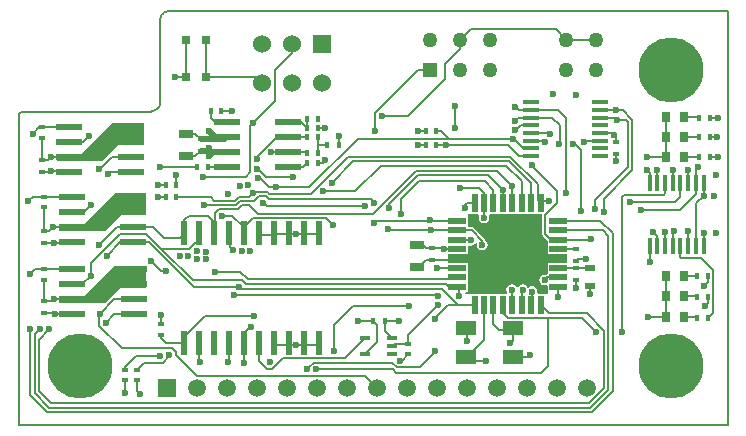
<source format=gtl>
G04*
G04 #@! TF.GenerationSoftware,Altium Limited,Altium Designer,18.1.9 (240)*
G04*
G04 Layer_Physical_Order=1*
G04 Layer_Color=255*
%FSLAX44Y44*%
%MOMM*%
G71*
G01*
G75*
%ADD10C,0.2000*%
%ADD18C,0.5000*%
%ADD20C,0.1520*%
%ADD21R,0.4500X0.6000*%
%ADD22R,0.6000X0.4500*%
%ADD23R,0.4000X0.6000*%
%ADD24R,0.6000X0.4000*%
%ADD25R,0.6000X2.0000*%
%ADD26R,2.2000X0.6000*%
%ADD27R,0.3500X1.4000*%
%ADD28R,0.7000X0.9000*%
%ADD29R,1.8000X1.2000*%
%ADD30R,0.5500X1.5000*%
%ADD31R,1.5000X0.5500*%
%ADD32R,0.9000X0.5000*%
%ADD33R,1.3000X0.8000*%
%ADD34R,0.8500X0.4000*%
%ADD35R,1.4000X0.4500*%
%ADD36R,0.7500X0.7000*%
%ADD55C,1.5000*%
%ADD56R,1.5000X1.5000*%
%ADD57C,1.2700*%
%ADD58R,1.2700X1.2700*%
%ADD59R,1.5240X1.5240*%
%ADD60C,1.5240*%
%ADD61C,5.5000*%
%ADD62C,0.6000*%
G36*
X105992Y254894D02*
Y236606D01*
X84148D01*
X71194Y223652D01*
X32078D01*
Y229494D01*
X53414D01*
X79068Y255148D01*
X105738D01*
X105992Y254894D01*
D02*
G37*
G36*
X443451Y177583D02*
Y161388D01*
X443646Y160403D01*
X444204Y159568D01*
X447996Y155777D01*
Y144506D01*
X464000D01*
Y137054D01*
X447996D01*
Y127353D01*
X447360D01*
X446375Y127158D01*
X446278Y127093D01*
X445262Y127295D01*
X443497Y126944D01*
X442000Y125944D01*
X441001Y124447D01*
X440649Y122682D01*
X441001Y120917D01*
X442000Y119420D01*
X443497Y118420D01*
X445262Y118069D01*
X446726Y118361D01*
X447996Y117657D01*
Y112506D01*
X448578D01*
Y110661D01*
X446294D01*
Y110804D01*
X439855D01*
X438813Y112074D01*
X438953Y112776D01*
X438601Y114541D01*
X437602Y116038D01*
X436105Y117037D01*
X434340Y117389D01*
X432575Y117037D01*
X432000Y116653D01*
X431035Y116096D01*
X430372Y116977D01*
X429982Y117562D01*
X428485Y118561D01*
X426720Y118913D01*
X424955Y118561D01*
X423458Y117562D01*
X422959Y116814D01*
X421448Y116840D01*
X420889Y117677D01*
X419392Y118677D01*
X417627Y119028D01*
X415862Y118677D01*
X414366Y117677D01*
X413366Y116180D01*
X413015Y114415D01*
X413366Y112650D01*
X413751Y112074D01*
X413072Y110804D01*
X381746D01*
Y110661D01*
X378183D01*
X377838Y111236D01*
X378558Y112506D01*
X380044D01*
Y120506D01*
Y128506D01*
Y137054D01*
X363654D01*
Y144506D01*
X380044D01*
Y151029D01*
X381314Y151733D01*
X382778Y151441D01*
X384543Y151792D01*
X386040Y152792D01*
X386838Y153988D01*
X388035Y153492D01*
X387817Y152400D01*
X388168Y150635D01*
X389168Y149138D01*
X390665Y148139D01*
X392430Y147787D01*
X394195Y148139D01*
X395692Y149138D01*
X396692Y150635D01*
X397043Y152400D01*
X396692Y154165D01*
X395692Y155662D01*
X394966Y156147D01*
X394808Y156941D01*
X394250Y157776D01*
X385426Y166600D01*
X384591Y167158D01*
X383606Y167353D01*
X380044D01*
Y177054D01*
X380044D01*
X380083Y178308D01*
X389104D01*
X389768Y177263D01*
X389748Y177038D01*
X389407Y175326D01*
X389758Y173561D01*
X390758Y172064D01*
X392255Y171064D01*
X394020Y170713D01*
X395785Y171064D01*
X397282Y172064D01*
X398282Y173561D01*
X398633Y175326D01*
X398292Y177038D01*
X398272Y177263D01*
X398936Y178308D01*
X442855D01*
X443451Y177583D01*
D02*
G37*
G36*
X108204Y195646D02*
Y177358D01*
X86360D01*
X73406Y164404D01*
X34290D01*
Y170246D01*
X55626D01*
X81280Y195900D01*
X107950D01*
X108204Y195646D01*
D02*
G37*
G36*
Y134278D02*
Y115990D01*
X86360D01*
X73406Y103036D01*
X34290D01*
Y108878D01*
X55626D01*
X81280Y134532D01*
X107950D01*
X108204Y134278D01*
D02*
G37*
D10*
X344678Y139506D02*
X369746D01*
X332000Y133756D02*
X338928D01*
X216154Y161514D02*
X234980D01*
X254150D02*
X254254D01*
X234980D02*
X254150D01*
Y67818D02*
X254508D01*
X235204D02*
X254150D01*
X216408D02*
X235204D01*
X150199Y154991D02*
X152550D01*
X144208Y149000D02*
X150199Y154991D01*
X120688Y149000D02*
X144208D01*
X152550Y154991D02*
Y161902D01*
X108144Y161544D02*
X120688Y149000D01*
X147562Y122126D01*
X166000Y129460D02*
X187757D01*
X147562Y122126D02*
X189344D01*
X192738Y118732D01*
X187757Y129460D02*
X194027Y123190D01*
X120840Y130366D02*
X125000D01*
X112268Y138938D02*
X120840Y130366D01*
X354312Y110000D02*
X355346Y108966D01*
X182524Y110000D02*
X354312D01*
X158005Y92000D02*
X199000D01*
X148372Y116332D02*
X186944D01*
X188516Y114760D01*
X192738Y118732D02*
X197752D01*
X194027Y123190D02*
X369430D01*
X197752Y118732D02*
X197844Y118824D01*
X361908D01*
X110018Y154686D02*
X148372Y116332D01*
X188516Y114760D02*
X190963D01*
X191055Y114668D01*
X199435D01*
X199527Y114760D01*
X358000D01*
X138685Y72680D02*
X158005Y92000D01*
X409956Y101844D02*
X410020Y101908D01*
X244162Y230890D02*
X244674Y230378D01*
X139954Y68514D02*
Y68902D01*
X138685Y68833D02*
Y72680D01*
X265000Y205000D02*
X283314Y223314D01*
X414988D01*
X258524Y197476D02*
X284598D01*
X258000Y198000D02*
X258524Y197476D01*
X284598D02*
X306372Y219250D01*
X190754Y68514D02*
Y77754D01*
X211844Y190968D02*
X298276D01*
X210000Y185000D02*
X292999D01*
X190754Y77754D02*
X196000Y83000D01*
X197000D01*
X190650Y77650D02*
X190754Y77754D01*
X190650Y68902D02*
Y77650D01*
X203708Y67818D02*
Y68902D01*
X276626Y56378D02*
X293296Y73048D01*
X223592Y56378D02*
X276626D01*
X214690Y47476D02*
X223592Y56378D01*
X210114Y47476D02*
X214690D01*
X203350Y54240D02*
X210114Y47476D01*
X203350Y54240D02*
Y68902D01*
X463804Y325882D02*
X489204D01*
X349000Y165568D02*
X349788Y164780D01*
X312232D02*
X349788D01*
X249711Y52524D02*
X316346D01*
X245709Y48521D02*
X249711Y52524D01*
X316346D02*
X320292Y48578D01*
X293175Y41476D02*
X303650Y31000D01*
X150707Y41476D02*
X293175D01*
X251999Y47000D02*
X316886D01*
X245709Y47267D02*
Y48521D01*
X244000Y47000D02*
X245441D01*
X245709Y47267D01*
X316886Y47000D02*
X319690Y44196D01*
X133320Y58863D02*
X150707Y41476D01*
X133320Y58863D02*
Y61375D01*
X139954Y161514D02*
Y172974D01*
X165354Y162006D02*
X166476Y163128D01*
X202309Y178524D02*
X299580D01*
X336146Y215090D01*
X194909Y185924D02*
X202309Y178524D01*
X165354Y162006D02*
Y171958D01*
X165250Y161902D02*
X165354Y162006D01*
X189091Y185924D02*
X194909D01*
X185691Y182524D02*
X189091Y185924D01*
X174288Y182524D02*
X185691D01*
X174288Y182524D02*
X174288Y182524D01*
X169712Y182524D02*
X174288D01*
X166476Y179288D02*
X169712Y182524D01*
X166476Y163128D02*
Y179288D01*
X187631Y189448D02*
X199470D01*
X203546Y193524D01*
X157388Y186048D02*
X175748D01*
X184231Y186048D02*
X187631Y189448D01*
X175748Y186048D02*
X184231D01*
X175748Y186048D02*
X175748Y186048D01*
X157000Y186436D02*
X157388Y186048D01*
X165412Y189572D02*
X177207D01*
X182771Y189572D02*
X186171Y192972D01*
X177208Y189572D02*
X182771D01*
X177207Y189572D02*
X177208Y189572D01*
X162460Y192524D02*
X165412Y189572D01*
X195182Y192972D02*
X198044Y195834D01*
X186171Y192972D02*
X195182D01*
X209288Y193524D02*
X211844Y190968D01*
X212299Y195497D02*
X247313D01*
X210748Y197048D02*
X212299Y195497D01*
X203546Y193524D02*
X209288D01*
X207000Y188000D02*
X210000Y185000D01*
X198044Y195834D02*
X199258Y197048D01*
X210748D01*
X217825Y201021D02*
X245709D01*
X211983D02*
X217825D01*
X172000Y177000D02*
X180860D01*
X190650Y167210D01*
X133932Y192524D02*
X162460D01*
X160528Y176784D02*
X165354Y171958D01*
X133432Y192024D02*
X133932Y192524D01*
X198034Y175000D02*
X260000D01*
X190650Y167617D02*
X198034Y175000D01*
X178800Y150782D02*
X181706Y147876D01*
X178800Y150782D02*
Y156454D01*
X176372Y158882D02*
X178800Y156454D01*
X90218Y46500D02*
Y49124D01*
Y46124D02*
Y46500D01*
X358000Y114760D02*
X371742Y101018D01*
X85410Y161544D02*
X108144D01*
X108017Y154686D02*
X110018D01*
X191008Y161902D02*
Y165511D01*
X190754Y161514D02*
Y161902D01*
X190650Y167210D02*
Y167617D01*
Y161902D02*
Y167210D01*
X260000Y175000D02*
X266000Y169000D01*
X247313Y195497D02*
X278716Y226900D01*
X298276Y190968D02*
X301244Y188000D01*
X209550Y209804D02*
X232410D01*
X336146Y215090D02*
X381246D01*
X344815Y149506D02*
X359494D01*
X332000Y152756D02*
X341565D01*
X160110Y230890D02*
X164450D01*
X159000Y232000D02*
X160110Y230890D01*
X446024Y177583D02*
X455978Y187537D01*
X446024Y161388D02*
Y177583D01*
Y161388D02*
X450632Y156780D01*
X457020D01*
X347980Y172750D02*
X370990D01*
X347980D02*
X348107Y172877D01*
X348999Y165000D02*
Y165567D01*
X349000Y165568D01*
X359494Y149506D02*
X360000Y149000D01*
X370800D01*
X371020Y148780D01*
X354220Y132780D02*
X371020D01*
X354000Y133000D02*
X354220Y132780D01*
X394020Y187780D02*
Y195980D01*
X389534Y200466D02*
X394020Y195980D01*
X374000Y200466D02*
X389534D01*
X395141Y205990D02*
X402020Y199111D01*
X338671Y205990D02*
X395141D01*
X324086Y191404D02*
X338671Y205990D01*
X371742Y101018D02*
X386274D01*
X97062Y155970D02*
X97358Y155935D01*
X108017Y154686D01*
X86106D02*
X97062Y155970D01*
X369746Y139506D02*
X371020Y140780D01*
X419516Y145796D02*
X426720Y153000D01*
X399796Y145796D02*
X419516D01*
X399796Y129762D02*
X420386D01*
X399796D02*
Y145796D01*
X471616Y148780D02*
X471632Y148764D01*
X457020Y148780D02*
X471616D01*
X472868Y140000D02*
X479999D01*
X471632Y138764D02*
X472868Y140000D01*
X27299Y18000D02*
X482627D01*
X17048Y28251D02*
X27299Y18000D01*
X17048Y28251D02*
Y72048D01*
X10000Y25332D02*
Y81000D01*
X24380Y10952D02*
X485546D01*
X10000Y25332D02*
X24380Y10952D01*
X13524Y26792D02*
Y76524D01*
X25840Y14476D02*
X484086D01*
X13524Y26792D02*
X25840Y14476D01*
X471520Y132353D02*
X481504D01*
X471093Y132780D02*
X471520Y132353D01*
X457020Y132780D02*
X471093D01*
X313000Y165548D02*
Y166116D01*
X312232Y164780D02*
X313000Y165548D01*
X353688Y236474D02*
X362000D01*
X414528D01*
X338928Y133756D02*
X344678Y139506D01*
X341565Y152756D02*
X344815Y149506D01*
X344678D02*
X344815D01*
X329692Y68508D02*
Y75946D01*
X355092Y101346D01*
X174590Y242000D02*
X176180Y243590D01*
X201676Y216916D02*
X202438D01*
X202000Y225000D02*
Y226830D01*
X195882Y213662D02*
Y252524D01*
X213614Y230632D02*
X227922D01*
X202438Y208534D02*
X204470D01*
X155956Y210058D02*
X192278D01*
X133000Y211026D02*
X133500Y210526D01*
X149500Y246500D02*
X154000Y242000D01*
X141932Y246500D02*
X149432D01*
X149500Y227500D02*
X154000Y232000D01*
X141932Y227500D02*
X149432D01*
X202000Y226830D02*
X218760Y243590D01*
X228180D01*
X195882Y252524D02*
X198628Y255270D01*
X257556Y221996D02*
X259588Y224028D01*
X253166Y221996D02*
X257556D01*
X253166Y237000D02*
Y243586D01*
Y230378D02*
Y237000D01*
X261000D01*
X132000Y294000D02*
X141750D01*
Y326000D01*
X158250Y294000D02*
Y326000D01*
Y294000D02*
X200580D01*
X205600Y288980D01*
X12296Y246512D02*
X17558Y251774D01*
X54320Y239400D02*
X59766Y244846D01*
X78000Y214000D02*
X95000D01*
X76000Y212000D02*
X78000Y214000D01*
X361000Y293000D02*
Y305092D01*
X329620Y261620D02*
X361000Y293000D01*
X307594Y261620D02*
X329620D01*
X361000Y305092D02*
X373634Y317726D01*
Y325700D01*
X454686Y335000D02*
X463804Y325882D01*
X382934Y335000D02*
X454686D01*
X373634Y325700D02*
X382934Y335000D01*
X574000Y218000D02*
X574999D01*
X573324Y217324D02*
X574000Y218000D01*
X573324Y205000D02*
Y217324D01*
Y151000D02*
Y187324D01*
X580000Y194000D01*
X579824Y194176D02*
Y205000D01*
Y194176D02*
X580000Y194000D01*
X579824Y151000D02*
Y162244D01*
X190650Y53029D02*
X191055Y52625D01*
X190650Y53029D02*
Y68902D01*
X152550Y53564D02*
X153114Y53000D01*
X152550Y53564D02*
Y68902D01*
X177000Y53000D02*
X177950Y53950D01*
Y68902D01*
X100000Y28762D02*
X102902Y25860D01*
X100000Y28762D02*
Y37500D01*
X106125Y52625D02*
X122288D01*
X100000Y46500D02*
X106125Y52625D01*
X583500Y90424D02*
X588000Y94924D01*
Y104110D01*
X588024Y104135D01*
Y130976D01*
X577524Y141476D02*
X588024Y130976D01*
X561172Y141476D02*
X577524D01*
X560324Y142324D02*
X561172Y141476D01*
X560324Y142324D02*
Y151000D01*
X579824D02*
X580162Y150662D01*
X566824Y205000D02*
Y217066D01*
X271000Y237000D02*
Y244475D01*
X418780Y57580D02*
X431605D01*
X433000Y58975D01*
X379280Y57080D02*
X394020Y71820D01*
X379280Y57080D02*
X382056Y54304D01*
X378780Y57580D02*
X379280Y57080D01*
X382056Y54304D02*
X396000D01*
X505454Y223376D02*
X505460Y223382D01*
Y229000D01*
Y239000D02*
Y244160D01*
X504000Y245620D02*
X505460Y244160D01*
X502680Y246940D02*
X504000Y245620D01*
X492542Y246940D02*
X502680D01*
X17048Y72048D02*
X26000Y81000D01*
X484086Y14476D02*
X499332Y29722D01*
X485546Y10952D02*
X502856Y28262D01*
X499332Y29722D02*
Y160052D01*
X502856Y28262D02*
Y162151D01*
X13524Y76524D02*
X18000Y81000D01*
X13500Y131500D02*
X21481D01*
X10000Y128000D02*
X13500Y131500D01*
X369778Y251000D02*
X369824Y251046D01*
Y270000D01*
X364000Y242268D02*
X417878D01*
X286956D02*
X364000D01*
X357602Y248666D02*
X364000Y242268D01*
X353688Y248666D02*
X357602D01*
X338000D02*
X344688D01*
X417878Y242268D02*
X418338Y241808D01*
X337960Y236474D02*
X344688D01*
X302070Y248666D02*
Y263908D01*
X278716Y226900D02*
X416386D01*
X306372Y219250D02*
X412943D01*
X416386Y226900D02*
X439294Y203992D01*
Y190506D02*
Y203992D01*
Y190506D02*
X442020Y187780D01*
X414988Y223314D02*
X434020Y204282D01*
X412943Y219250D02*
X426020Y206173D01*
Y187780D02*
Y206173D01*
X118000Y192786D02*
X124500D01*
X118000Y203000D02*
Y203000D01*
X124500D01*
X133500D02*
Y210526D01*
X143837Y176784D02*
X160528D01*
X143005Y175952D02*
X143837Y176784D01*
X142932Y175952D02*
X143005D01*
X139954Y172974D02*
X142932Y175952D01*
X457962Y237744D02*
Y253440D01*
X363952Y116780D02*
X371020D01*
X361908Y118824D02*
X363952Y116780D01*
X267000Y62230D02*
Y84658D01*
X282926Y100584D01*
X309800Y79044D02*
Y87884D01*
Y79044D02*
X315796Y73048D01*
X299800Y87884D02*
X303276Y84408D01*
X323202Y54304D02*
X324488D01*
X329692Y59508D01*
Y68508D02*
X329692Y68508D01*
X317756Y68508D02*
X329692D01*
X315796Y66548D02*
X317756Y68508D01*
X120396Y73367D02*
Y76367D01*
X120396Y85367D02*
Y93000D01*
X28480Y104426D02*
X30308Y106254D01*
X21104Y104426D02*
X28480D01*
X21104D02*
X21481Y104803D01*
X29518Y94426D02*
X30390Y93554D01*
X21104Y94426D02*
X29518D01*
X21481Y104803D02*
Y122500D01*
X21635Y131654D02*
X45356D01*
X21481Y131500D02*
X21635Y131654D01*
X21104Y163882D02*
X25960D01*
X29464Y167386D01*
X21176Y153810D02*
X30000D01*
X21104Y153882D02*
X21176Y153810D01*
X21104Y163882D02*
X21299Y164077D01*
Y183968D01*
X8000Y189000D02*
X11968Y192968D01*
X21299D01*
X21481Y192786D01*
X45212D01*
X26978Y214080D02*
X27744Y214846D01*
X19396Y214080D02*
X26978D01*
X19396Y224080D02*
X24532D01*
X19396D02*
X19595Y224279D01*
Y242774D01*
X17558Y251774D02*
X19595D01*
X19921Y252100D02*
X43000D01*
X19595Y251774D02*
X19921Y252100D01*
X43000Y239400D02*
X54320D01*
X583500Y120467D02*
Y126238D01*
X580595Y117562D02*
X583500Y120467D01*
X580595Y117562D02*
X581366D01*
X583500Y103014D02*
Y108204D01*
X581000Y100514D02*
X583500Y103014D01*
X90218Y49124D02*
X99513Y58419D01*
X338462Y300300D02*
X348234D01*
X302070Y263908D02*
X338462Y300300D01*
X27152Y226700D02*
X43000D01*
X24532Y224080D02*
X27152Y226700D01*
X27744Y214846D02*
X42154D01*
X43000Y214000D01*
X44336Y153810D02*
X45212Y154686D01*
X30000Y153810D02*
X44336D01*
X42658Y227042D02*
X43000Y226700D01*
X319690Y44196D02*
X442214D01*
X339916Y48578D02*
X352552Y61214D01*
X320292Y48578D02*
X339916D01*
X447906Y90424D02*
X476936D01*
X447906Y49888D02*
Y90424D01*
X442214Y44196D02*
X447906Y49888D01*
X492227Y172780D02*
X502856Y162151D01*
X457160Y164640D02*
X494744D01*
X457020Y164780D02*
X457160Y164640D01*
X494744D02*
X499332Y160052D01*
X483932Y156780D02*
X484378Y157226D01*
X476936Y90424D02*
X488950Y78410D01*
X495808Y31181D02*
Y79746D01*
X480812Y94742D02*
X495808Y79746D01*
X482627Y18000D02*
X495808Y31181D01*
X394020Y71820D02*
Y101780D01*
X416552Y68826D02*
X418780Y71054D01*
X406537Y80580D02*
X418780D01*
X231000Y314302D02*
Y322000D01*
X217180Y300482D02*
X231000Y314302D01*
X256400Y322000D02*
Y326504D01*
X253166Y251206D02*
X259080D01*
X244166D02*
Y258826D01*
X239082Y256290D02*
X244166Y251206D01*
X228180Y256290D02*
X239082D01*
X166112D02*
X176180D01*
X162632Y259770D02*
X166112Y256290D01*
X162632Y259770D02*
Y265430D01*
X371746Y156054D02*
X382778D01*
X383606Y164780D02*
X392430Y155956D01*
X371020Y156780D02*
X371746Y156054D01*
X371020Y164780D02*
X383606D01*
X392430Y152400D02*
Y155956D01*
X426841Y233940D02*
X433542D01*
X418973Y241808D02*
X426841Y233940D01*
X504554Y259940D02*
X506176Y258318D01*
X492542Y259940D02*
X504554D01*
X513983Y258318D02*
X515620Y256681D01*
X506176Y258318D02*
X513983D01*
X352806Y89662D02*
Y90170D01*
X363654Y101018D01*
X371742D01*
X369430Y123190D02*
X371020Y124780D01*
X245709Y201021D02*
X286956Y242268D01*
X414528Y236474D02*
X423562Y227440D01*
X420116Y249428D02*
X420878D01*
X424890Y253440D01*
X433542D01*
X204470Y208534D02*
X211983Y201021D01*
X192278Y210058D02*
X195882Y213662D01*
X198628Y255270D02*
X217180Y273822D01*
X29464Y167386D02*
X45212D01*
X30390Y93554D02*
X45356D01*
X30308Y106254D02*
X45356D01*
X532130Y215900D02*
X534324Y213706D01*
Y205000D02*
Y213706D01*
X532638Y91186D02*
X548250D01*
X531830Y226522D02*
X548252D01*
X321686Y172750D02*
X347980D01*
X321655Y172780D02*
X321686Y172750D01*
X534162Y150838D02*
X534324Y151000D01*
X534162Y137414D02*
Y150838D01*
X548250Y91186D02*
Y108966D01*
Y126238D01*
X573098Y91186D02*
X573860Y90424D01*
X563250Y91186D02*
X573098D01*
Y108966D02*
X573860Y108204D01*
X563250Y108966D02*
X573098D01*
X573858Y126238D02*
X573858Y126238D01*
X563250Y126238D02*
X573858D01*
X510464Y78410D02*
Y192456D01*
X512572Y194564D01*
X202438Y216916D02*
X209550Y209804D01*
X120138Y218190D02*
X150996D01*
X120013Y218315D02*
X120138Y218190D01*
X337960Y211026D02*
X397581D01*
X381342Y215186D02*
X404574D01*
X381246Y215090D02*
X381342Y215186D01*
X423562Y227440D02*
X433542D01*
X418338Y241808D02*
X418973D01*
X434848Y219202D02*
Y219710D01*
Y219202D02*
X456184Y197866D01*
X370990Y172750D02*
X371020Y172780D01*
X349788Y164780D02*
X371020D01*
X348010Y172974D02*
X348107Y172877D01*
X171632Y265430D02*
X171886Y265684D01*
X180594D01*
X227922Y230632D02*
X228180Y230890D01*
X217180Y273822D02*
Y300482D01*
X301244Y171064D02*
X302959Y172780D01*
X321655D01*
X324086Y178544D02*
Y191404D01*
X313389Y186454D02*
X337960Y211026D01*
X313389Y183533D02*
Y186454D01*
X171632Y265430D02*
Y266374D01*
X203672Y160782D02*
X215422D01*
X216154Y161514D01*
X123156Y158181D02*
X136621D01*
X113951Y167386D02*
X123156Y158181D01*
X136621D02*
X139954Y161514D01*
X404574Y215186D02*
X418020Y201740D01*
X397581Y211026D02*
X410020Y198587D01*
X402020Y187780D02*
Y199111D01*
X476504Y181178D02*
Y232312D01*
X471326Y237490D02*
X476504Y232312D01*
X517652Y188468D02*
X555752D01*
X527050Y181732D02*
X559684D01*
X547324Y195834D02*
Y205000D01*
X546054Y194564D02*
X547324Y195834D01*
X512572Y194564D02*
X546054D01*
X519684Y215392D02*
Y258364D01*
X495554Y191262D02*
X519684Y215392D01*
X495554Y180086D02*
Y191262D01*
X487934Y182372D02*
Y190246D01*
X515620Y217932D02*
Y256681D01*
X487934Y190246D02*
X515620Y217932D01*
X573324Y195372D02*
Y205000D01*
X559684Y181732D02*
X573324Y195372D01*
X566674Y151150D02*
Y164338D01*
Y151150D02*
X566824Y151000D01*
X553824D02*
Y162664D01*
X554990Y163830D01*
X560324Y193040D02*
Y205000D01*
X555752Y188468D02*
X560324Y193040D01*
X447360Y124780D02*
X457020D01*
X445262Y122682D02*
X447360Y124780D01*
X463502Y196802D02*
Y259890D01*
X463296Y196596D02*
X463502Y196802D01*
X444852Y240440D02*
X446024Y239268D01*
X457020Y172780D02*
X492227D01*
X456952Y266440D02*
X463502Y259890D01*
X469646Y237490D02*
X471326D01*
X456184Y189550D02*
Y197866D01*
X455978Y189344D02*
X456184Y189550D01*
X455978Y187537D02*
Y189344D01*
X457020Y156780D02*
X483932D01*
X540824Y151000D02*
Y159708D01*
X537464Y163068D02*
X540824Y159708D01*
X511810Y266238D02*
X519684Y258364D01*
X511810Y266238D02*
Y266446D01*
X505460D02*
X511810D01*
X487934Y182118D02*
Y182372D01*
X487426Y181610D02*
X487934Y182118D01*
X449528Y246940D02*
X450088Y246380D01*
X433542Y246940D02*
X449528D01*
X451462Y259940D02*
X457962Y253440D01*
X433542Y259940D02*
X451462D01*
X433542Y266440D02*
X456952D01*
X433542Y240440D02*
X444852D01*
X479454D02*
X492542D01*
X478790Y239776D02*
X479454Y240440D01*
X422892Y259940D02*
X433542D01*
X420141Y257189D02*
X422892Y259940D01*
X423424Y266440D02*
X433542D01*
X420624Y269240D02*
X423424Y266440D01*
X492542D02*
X505454D01*
X505460Y266446D01*
X534324Y151000D02*
X534670Y150654D01*
X547324Y151000D02*
X547370Y151046D01*
Y163068D01*
X540824Y205000D02*
Y216466D01*
X566824Y217066D02*
X566928Y217170D01*
X553824Y205000D02*
Y216512D01*
X553974Y216662D01*
X548252Y243525D02*
Y260528D01*
Y226522D02*
Y243525D01*
X575819Y226522D02*
X576322Y227025D01*
X563252Y226522D02*
X575819D01*
X585322Y227025D02*
X592023D01*
X585322Y243434D02*
X591668D01*
X576231Y243525D02*
X576322Y243434D01*
X563252Y243525D02*
X576231D01*
X585322Y259842D02*
X592074D01*
X575636Y260528D02*
X576322Y259842D01*
X563252Y260528D02*
X575636D01*
X418780Y71054D02*
Y80580D01*
X378206Y183896D02*
Y186436D01*
X99513Y58419D02*
X119888D01*
X127526Y57863D02*
Y58975D01*
X129926Y64769D02*
X133320Y61375D01*
X87311Y64769D02*
X129926D01*
X124930Y68833D02*
X138685D01*
X122288Y52625D02*
X127526Y57863D01*
X68120Y83960D02*
X87311Y64769D01*
X120396Y73367D02*
X124930Y68833D01*
X97212Y167386D02*
X113951D01*
X159996Y218190D02*
X176180D01*
X90218Y26638D02*
Y37124D01*
X68120Y83960D02*
Y93520D01*
X176372Y158882D02*
X178308Y160818D01*
X204200Y28851D02*
Y30242D01*
X413894Y90424D02*
X447802D01*
X401574Y102226D02*
X402020Y101780D01*
X409956Y101844D02*
X410020Y101780D01*
X409956Y101972D02*
X410020Y101908D01*
X394020Y175326D02*
Y187780D01*
X240360Y218190D02*
X244166Y221996D01*
X228180Y218190D02*
X240360D01*
X287274Y87884D02*
X299800D01*
X311800D02*
X322072D01*
X203672Y160782D02*
X203708Y160818D01*
X471520Y115367D02*
Y122353D01*
X483421Y110584D02*
Y117407D01*
X410020Y187780D02*
Y198587D01*
X418020Y187780D02*
Y201740D01*
X282926Y100584D02*
X330454D01*
X244162Y243590D02*
X244166Y243586D01*
X228180Y243590D02*
X244162D01*
X228180Y230890D02*
X244162D01*
X371020Y116780D02*
X373126Y114674D01*
Y108966D02*
Y114674D01*
X68072Y152400D02*
X83058Y167386D01*
X97212D01*
X303276Y70028D02*
Y84408D01*
X293296Y60048D02*
X303276Y70028D01*
X378206Y186436D02*
X379550Y187780D01*
X443978Y189738D02*
X449160D01*
X442020Y187780D02*
X443978Y189738D01*
X379550Y187780D02*
X386020D01*
X402020Y85097D02*
X406537Y80580D01*
X402020Y85097D02*
Y101780D01*
X378780Y80580D02*
X379730Y79630D01*
Y70850D02*
Y79630D01*
X352552Y61214D02*
Y62230D01*
X74676Y143256D02*
X86106Y154686D01*
X74676Y142494D02*
Y143256D01*
X60960Y137094D02*
X85410Y161544D01*
X60960Y125984D02*
Y137094D01*
X417627Y102173D02*
Y114415D01*
X426020Y113600D02*
X426720Y114300D01*
X434340Y102100D02*
Y112776D01*
X68120Y93520D02*
X68580Y93980D01*
X434020Y187780D02*
Y204282D01*
X78814Y226700D02*
X95000D01*
X68908Y216794D02*
X78814Y226700D01*
X68400Y216794D02*
X68908D01*
X80854Y106254D02*
X97356D01*
X68580Y93980D02*
X80854Y106254D01*
X73914Y86360D02*
X81108Y93554D01*
X97356D01*
X55118Y180086D02*
X61468Y186436D01*
X45356Y118954D02*
X53930D01*
X60960Y125984D01*
X45212Y180086D02*
X55118D01*
X449058Y94742D02*
X480812D01*
X442020Y101780D02*
X449058Y94742D01*
X42042Y213042D02*
X43000Y214000D01*
X44228Y92426D02*
X45356Y93554D01*
X45184Y106426D02*
X45356Y106254D01*
X410020Y94298D02*
X413894Y90424D01*
X410020Y94298D02*
Y101780D01*
X457020Y108278D02*
Y116780D01*
X434020Y101780D02*
X434340Y102100D01*
X426020Y101780D02*
Y113600D01*
X417627Y102173D02*
X418020Y101780D01*
D18*
X161000Y248666D02*
X166076Y243590D01*
X161000Y242000D02*
X174590D01*
X154000D02*
X161000D01*
X166076Y243590D02*
X176180D01*
X161000Y227440D02*
X164450Y230890D01*
X173000D01*
X154000Y232000D02*
X159000D01*
D20*
X0Y0D02*
Y261586D01*
Y0D02*
X600202D01*
Y350012D01*
X129000D02*
X600202D01*
X126828Y350000D02*
X129000Y350012D01*
X126156Y350000D02*
X126828Y350000D01*
X124837Y349738D02*
X126156Y350000D01*
X123594Y349223D02*
X124837Y349738D01*
X122476Y348475D02*
X123594Y349223D01*
X122000Y348000D02*
X122476Y348475D01*
X121524Y347524D02*
X122000Y348000D01*
X120777Y346406D02*
X121524Y347524D01*
X120262Y345163D02*
X120777Y346406D01*
X120000Y343844D02*
X120262Y345163D01*
X120000Y343172D02*
Y343844D01*
X120000Y274828D02*
X120000Y343172D01*
X120000Y274828D02*
X120053Y273918D01*
X119892Y272102D02*
X120053Y273918D01*
X119380Y270353D02*
X119892Y272102D01*
X118536Y268738D02*
X119380Y270353D01*
X118000Y268000D02*
X118536Y268738D01*
X117184Y267300D02*
X118000Y268000D01*
X115368Y266155D02*
X117184Y267300D01*
X113363Y265387D02*
X115368Y266155D01*
X111246Y265024D02*
X113363Y265387D01*
X110172Y265000D02*
X111246Y265024D01*
X3414Y265000D02*
X110172D01*
X3078Y265000D02*
X3414Y265000D01*
X2418Y264869D02*
X3078Y265000D01*
X1797Y264611D02*
X2418Y264869D01*
X1238Y264238D02*
X1797Y264611D01*
X1000Y264000D02*
X1238Y264238D01*
X762Y263762D02*
X1000Y264000D01*
X389Y263203D02*
X762Y263762D01*
X131Y262582D02*
X389Y263203D01*
X0Y261922D02*
X131Y262582D01*
X0Y261586D02*
Y261922D01*
D21*
X261000Y237000D02*
D03*
X271000D02*
D03*
X309800Y87884D02*
D03*
X299800D02*
D03*
D22*
X505460Y229000D02*
D03*
Y239000D02*
D03*
X21104Y104426D02*
D03*
Y94426D02*
D03*
Y163882D02*
D03*
Y153882D02*
D03*
X19396Y224080D02*
D03*
Y214080D02*
D03*
X471632Y148764D02*
D03*
Y138764D02*
D03*
X471520Y132353D02*
D03*
Y122353D02*
D03*
X154000Y232000D02*
D03*
Y242000D02*
D03*
X350000Y149730D02*
D03*
Y139730D02*
D03*
D23*
X344688Y248666D02*
D03*
X353688D02*
D03*
X344688Y236474D02*
D03*
X353688D02*
D03*
X133500Y203000D02*
D03*
X124500D02*
D03*
X133500Y192786D02*
D03*
X124500D02*
D03*
X576322Y259842D02*
D03*
X585322D02*
D03*
X576322Y227025D02*
D03*
X585322D02*
D03*
X576322Y243434D02*
D03*
X585322D02*
D03*
X583500Y90424D02*
D03*
X574500D02*
D03*
X583500Y126238D02*
D03*
X574500D02*
D03*
X583500Y108204D02*
D03*
X574500D02*
D03*
X159996Y218190D02*
D03*
X150996D02*
D03*
X162632Y265430D02*
D03*
X171632D02*
D03*
X244166Y258826D02*
D03*
X253166D02*
D03*
Y251206D02*
D03*
X244166D02*
D03*
X253166Y243586D02*
D03*
X244166D02*
D03*
X253166Y230378D02*
D03*
X244166D02*
D03*
Y221996D02*
D03*
X253166D02*
D03*
D24*
X100000Y37500D02*
D03*
Y46500D02*
D03*
X90218Y37500D02*
D03*
Y46500D02*
D03*
X329692Y59508D02*
D03*
Y68508D02*
D03*
X120396Y85367D02*
D03*
Y76367D02*
D03*
X21481Y122500D02*
D03*
Y131500D02*
D03*
X21299Y183968D02*
D03*
Y192968D02*
D03*
X19595Y242774D02*
D03*
Y251774D02*
D03*
D25*
X139850Y68902D02*
D03*
X152550D02*
D03*
X165250D02*
D03*
X177950D02*
D03*
X190650D02*
D03*
X203350D02*
D03*
X216050D02*
D03*
X228750D02*
D03*
X241450D02*
D03*
X254150D02*
D03*
Y161902D02*
D03*
X241450D02*
D03*
X228750D02*
D03*
X216050D02*
D03*
X203350D02*
D03*
X190650D02*
D03*
X177950D02*
D03*
X165250D02*
D03*
X152550D02*
D03*
X139850D02*
D03*
D26*
X228180Y218190D02*
D03*
Y230890D02*
D03*
Y256290D02*
D03*
X176180Y218190D02*
D03*
Y230890D02*
D03*
Y256290D02*
D03*
X228180Y243590D02*
D03*
X176180D02*
D03*
X45356Y118954D02*
D03*
X97356D02*
D03*
X45356Y131654D02*
D03*
Y106254D02*
D03*
Y93554D02*
D03*
X97356Y131654D02*
D03*
Y106254D02*
D03*
Y93554D02*
D03*
X97212Y154686D02*
D03*
Y167386D02*
D03*
Y192786D02*
D03*
X45212Y154686D02*
D03*
Y167386D02*
D03*
Y192786D02*
D03*
X97212Y180086D02*
D03*
X45212D02*
D03*
X95000Y214000D02*
D03*
Y226700D02*
D03*
Y252100D02*
D03*
X43000Y214000D02*
D03*
Y226700D02*
D03*
Y252100D02*
D03*
X95000Y239400D02*
D03*
X43000D02*
D03*
D27*
X579824Y205000D02*
D03*
X573324D02*
D03*
X566824D02*
D03*
X560324D02*
D03*
X553824D02*
D03*
X547324D02*
D03*
X540824D02*
D03*
X534324D02*
D03*
X579824Y151000D02*
D03*
X573324D02*
D03*
X566824D02*
D03*
X560324D02*
D03*
X553824D02*
D03*
X547324D02*
D03*
X540824D02*
D03*
X534324D02*
D03*
D28*
X548250Y108966D02*
D03*
X563250D02*
D03*
X548250Y126238D02*
D03*
X563250D02*
D03*
X548250Y91186D02*
D03*
X563250D02*
D03*
X563252Y226522D02*
D03*
X548252D02*
D03*
X563252Y260528D02*
D03*
X548252D02*
D03*
X563252Y243525D02*
D03*
X548252D02*
D03*
D29*
X378780Y81580D02*
D03*
X418780D02*
D03*
Y57580D02*
D03*
X378780D02*
D03*
D30*
X386020Y187780D02*
D03*
X394020D02*
D03*
X402020D02*
D03*
X410020D02*
D03*
X418020D02*
D03*
X426020D02*
D03*
X434020D02*
D03*
X442020D02*
D03*
Y101780D02*
D03*
X434020D02*
D03*
X426020D02*
D03*
X418020D02*
D03*
X410020D02*
D03*
X402020D02*
D03*
X394020D02*
D03*
X386020D02*
D03*
D31*
X457020Y172780D02*
D03*
Y164780D02*
D03*
Y156780D02*
D03*
Y148780D02*
D03*
Y140780D02*
D03*
Y132780D02*
D03*
Y124780D02*
D03*
Y116780D02*
D03*
X371020D02*
D03*
Y124780D02*
D03*
Y132780D02*
D03*
Y140780D02*
D03*
Y148780D02*
D03*
Y156780D02*
D03*
Y164780D02*
D03*
Y172780D02*
D03*
D32*
X483421Y117407D02*
D03*
Y132407D02*
D03*
D33*
X141364Y227500D02*
D03*
Y246500D02*
D03*
X337000Y152500D02*
D03*
Y133500D02*
D03*
D34*
X315796Y60048D02*
D03*
Y66548D02*
D03*
Y73048D02*
D03*
X293296D02*
D03*
Y60048D02*
D03*
D35*
X433542Y272940D02*
D03*
Y266440D02*
D03*
Y259940D02*
D03*
Y253440D02*
D03*
Y246940D02*
D03*
Y240440D02*
D03*
Y233940D02*
D03*
Y227440D02*
D03*
X492542Y272940D02*
D03*
Y266440D02*
D03*
Y259940D02*
D03*
Y253440D02*
D03*
Y246940D02*
D03*
Y240440D02*
D03*
Y233940D02*
D03*
Y227440D02*
D03*
D36*
X158250Y326000D02*
D03*
Y294000D02*
D03*
X141750D02*
D03*
Y326000D02*
D03*
D55*
X379851Y31000D02*
D03*
X354450D02*
D03*
X405251D02*
D03*
X430650D02*
D03*
X456050D02*
D03*
X481451D02*
D03*
X278251D02*
D03*
X252850D02*
D03*
X303650D02*
D03*
X329050D02*
D03*
X227451D02*
D03*
X202050D02*
D03*
X151250D02*
D03*
X176651D02*
D03*
D56*
X125850D02*
D03*
D57*
X489204Y300300D02*
D03*
Y325700D02*
D03*
X463804Y300300D02*
D03*
Y325700D02*
D03*
X399034Y300300D02*
D03*
Y325700D02*
D03*
X373634Y300300D02*
D03*
Y325700D02*
D03*
X348234D02*
D03*
D58*
Y300300D02*
D03*
D59*
X256400Y322000D02*
D03*
D60*
X231000D02*
D03*
X205600D02*
D03*
X256400Y288980D02*
D03*
X231000D02*
D03*
X205600D02*
D03*
D61*
X552000Y50000D02*
D03*
Y300000D02*
D03*
X52000Y50000D02*
D03*
D62*
X194000Y203000D02*
D03*
X187330Y201900D02*
D03*
X151198Y140049D02*
D03*
Y146802D02*
D03*
X136764Y143000D02*
D03*
X143000D02*
D03*
X196228Y146812D02*
D03*
X159004Y139996D02*
D03*
Y146558D02*
D03*
X166000Y129460D02*
D03*
X125000Y130366D02*
D03*
X182524Y110000D02*
D03*
X199000Y92000D02*
D03*
X186944Y116332D02*
D03*
X265000Y205000D02*
D03*
X258000Y198000D02*
D03*
X197000Y83000D02*
D03*
X251999Y47000D02*
D03*
X244000D02*
D03*
X177500Y195096D02*
D03*
X207000Y188000D02*
D03*
X198044Y195834D02*
D03*
X217825Y201021D02*
D03*
X172000Y177000D02*
D03*
X157000Y186436D02*
D03*
X181706Y147876D02*
D03*
X266000Y169000D02*
D03*
X292999Y185000D02*
D03*
X232410Y209804D02*
D03*
X301244Y188000D02*
D03*
X161000Y234380D02*
D03*
Y242000D02*
D03*
Y248666D02*
D03*
X348999Y165000D02*
D03*
X360000Y149000D02*
D03*
X354000Y133000D02*
D03*
X374000Y200466D02*
D03*
X426720Y153000D02*
D03*
X420386Y129762D02*
D03*
X399796D02*
D03*
X404000Y115367D02*
D03*
X479999Y140000D02*
D03*
X313000Y166116D02*
D03*
X362000Y236474D02*
D03*
X161000Y227440D02*
D03*
X201676Y216916D02*
D03*
X202000Y225000D02*
D03*
X213614Y230632D02*
D03*
X202438Y208534D02*
D03*
X155956Y210058D02*
D03*
X133000Y211026D02*
D03*
X132000Y294000D02*
D03*
X12296Y246512D02*
D03*
X59766Y244846D02*
D03*
X76000Y212000D02*
D03*
X590000Y211328D02*
D03*
X574999Y218000D02*
D03*
X589000Y194000D02*
D03*
X580000D02*
D03*
X590000Y162244D02*
D03*
X579824D02*
D03*
X191055Y52625D02*
D03*
X212402Y53000D02*
D03*
X153114D02*
D03*
X177000D02*
D03*
X452000Y280000D02*
D03*
X271000Y244475D02*
D03*
X433000Y58975D02*
D03*
X396000Y54304D02*
D03*
X505454Y223376D02*
D03*
X504000Y245620D02*
D03*
X26000Y81000D02*
D03*
X18000D02*
D03*
X10000Y81000D02*
D03*
Y128000D02*
D03*
X369778Y251000D02*
D03*
X369824Y270000D02*
D03*
X338000Y248666D02*
D03*
X337960Y236474D02*
D03*
X302070Y248666D02*
D03*
X118000Y192786D02*
D03*
Y203000D02*
D03*
X472000Y279000D02*
D03*
X120396Y93000D02*
D03*
X580595Y117562D02*
D03*
X581000Y100514D02*
D03*
X102902Y25860D02*
D03*
X8000Y189000D02*
D03*
X27152Y226700D02*
D03*
X27744Y214846D02*
D03*
X30000Y153810D02*
D03*
X267000Y62230D02*
D03*
X484378Y157226D02*
D03*
X488950Y78410D02*
D03*
X259080Y251206D02*
D03*
X382778Y156054D02*
D03*
X506176Y258318D02*
D03*
X352806Y89662D02*
D03*
X355092Y101346D02*
D03*
X355346Y108966D02*
D03*
X420116Y249428D02*
D03*
X198628Y255270D02*
D03*
X29464Y167386D02*
D03*
X30390Y93554D02*
D03*
X30308Y106254D02*
D03*
X532130Y215900D02*
D03*
X532638Y91186D02*
D03*
X531830Y226522D02*
D03*
X534162Y137414D02*
D03*
X120013Y218315D02*
D03*
X112268Y138938D02*
D03*
X307594Y261620D02*
D03*
X418338Y241808D02*
D03*
X434848Y219710D02*
D03*
X348010Y172974D02*
D03*
X180594Y265684D02*
D03*
X301244Y171064D02*
D03*
X234980Y161514D02*
D03*
X259588Y224028D02*
D03*
X324086Y178544D02*
D03*
X313389Y183533D02*
D03*
X517652Y188468D02*
D03*
X527050Y181732D02*
D03*
X566674Y164338D02*
D03*
X554990Y163830D02*
D03*
X445262Y122682D02*
D03*
X446024Y239268D02*
D03*
X463296Y196596D02*
D03*
X476504Y181178D02*
D03*
X457708Y237744D02*
D03*
X469646Y237490D02*
D03*
X537464Y163068D02*
D03*
X495554Y180086D02*
D03*
X487934Y182372D02*
D03*
X450088Y246380D02*
D03*
X478790Y239776D02*
D03*
X420141Y257189D02*
D03*
X420624Y269240D02*
D03*
X505460Y266446D02*
D03*
X547370Y163068D02*
D03*
X540824Y216000D02*
D03*
X566928D02*
D03*
X553974D02*
D03*
X592023Y227025D02*
D03*
X591668Y243434D02*
D03*
X592074Y259842D02*
D03*
X416306Y69072D02*
D03*
X378206Y183896D02*
D03*
X189230Y146812D02*
D03*
X119888Y58419D02*
D03*
X127526Y58975D02*
D03*
X90218Y26638D02*
D03*
X394020Y175326D02*
D03*
X323202Y54304D02*
D03*
X287274Y87884D02*
D03*
X322072D02*
D03*
X235204Y67818D02*
D03*
X471520Y115367D02*
D03*
X483421Y110584D02*
D03*
X410020Y198587D02*
D03*
X418020Y201740D02*
D03*
X330454Y100584D02*
D03*
X373126Y108966D02*
D03*
X449160Y189738D02*
D03*
X392430Y152400D02*
D03*
X399796Y145796D02*
D03*
X379730Y70850D02*
D03*
X352552Y62230D02*
D03*
X74676Y142494D02*
D03*
X417627Y114415D02*
D03*
X426720Y114300D02*
D03*
X434340Y112776D02*
D03*
X68400Y216794D02*
D03*
X68072Y152400D02*
D03*
X68580Y93980D02*
D03*
X73914Y86360D02*
D03*
X60960Y125984D02*
D03*
X61468Y186436D02*
D03*
X510464Y78410D02*
D03*
X457020Y108278D02*
D03*
M02*

</source>
